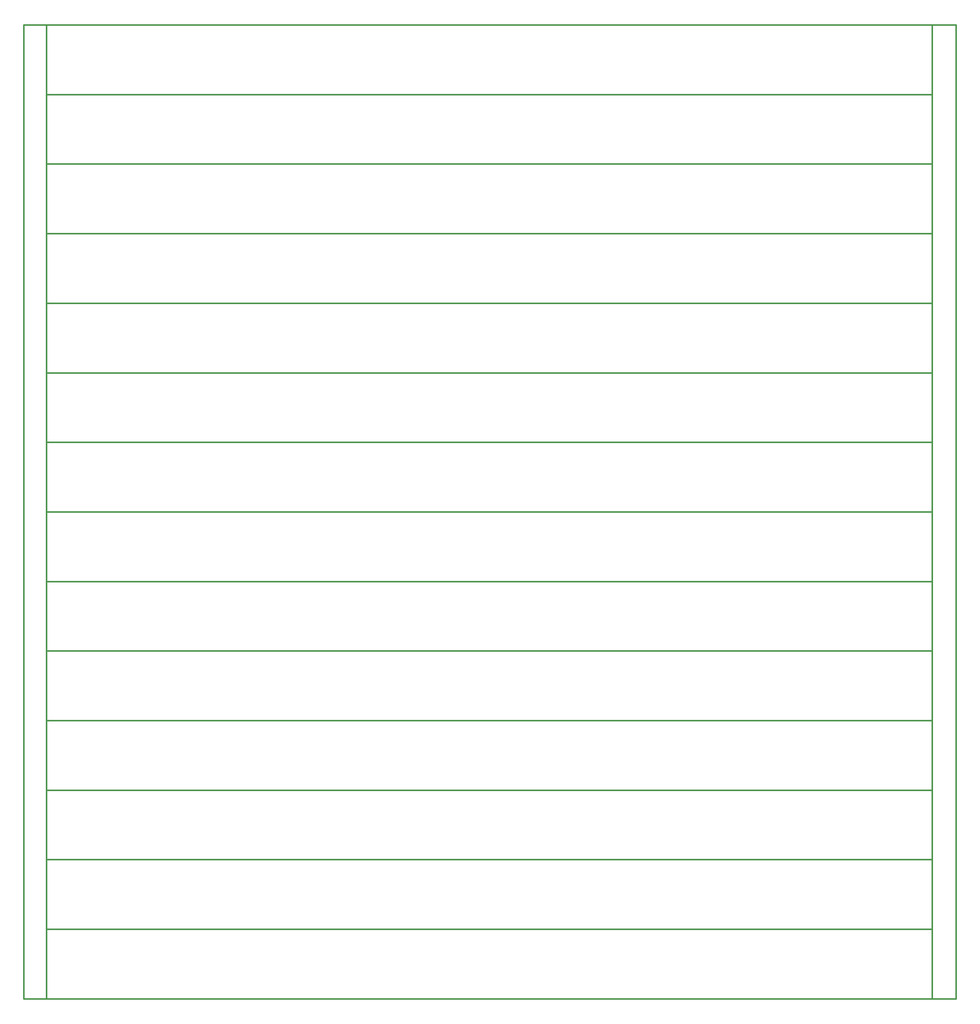
<source format=gko>
G04 Layer_Color=16711935*
%FSLAX44Y44*%
%MOMM*%
G71*
G01*
G75*
%ADD30C,0.3000*%
D30*
X0Y0D02*
Y2142000D01*
X2050000D01*
Y0D02*
Y2142000D01*
X0Y0D02*
X2050000D01*
X50000Y0D02*
Y153000D01*
Y0D02*
X1998000D01*
Y153000D01*
X50000D02*
X1998000D01*
X50000D02*
Y306000D01*
Y153000D02*
X1998000D01*
Y306000D01*
X50000D02*
X1998000D01*
X50000D02*
Y459000D01*
Y306000D02*
X1998000D01*
Y459000D01*
X50000D02*
X1998000D01*
X50000D02*
Y612000D01*
Y459000D02*
X1998000D01*
Y612000D01*
X50000D02*
X1998000D01*
X50000D02*
Y765000D01*
Y612000D02*
X1998000D01*
Y765000D01*
X50000D02*
X1998000D01*
X50000D02*
Y918000D01*
Y765000D02*
X1998000D01*
Y918000D01*
X50000D02*
X1998000D01*
X50000D02*
Y1071000D01*
Y918000D02*
X1998000D01*
Y1071000D01*
X50000D02*
X1998000D01*
X50000D02*
Y1224000D01*
Y1071000D02*
X1998000D01*
Y1224000D01*
X50000D02*
X1998000D01*
X50000D02*
Y1377000D01*
Y1224000D02*
X1998000D01*
Y1377000D01*
X50000D02*
X1998000D01*
X50000D02*
Y1530000D01*
Y1377000D02*
X1998000D01*
Y1530000D01*
X50000D02*
X1998000D01*
X50000D02*
Y1683000D01*
Y1530000D02*
X1998000D01*
Y1683000D01*
X50000D02*
X1998000D01*
X50000D02*
Y1836000D01*
Y1683000D02*
X1998000D01*
Y1836000D01*
X50000D02*
X1998000D01*
X50000D02*
Y1989000D01*
Y1836000D02*
X1998000D01*
Y1989000D01*
X50000D02*
X1998000D01*
X50000D02*
Y2142000D01*
Y1989000D02*
X1998000D01*
Y2142000D01*
X50000D02*
X1998000D01*
M02*

</source>
